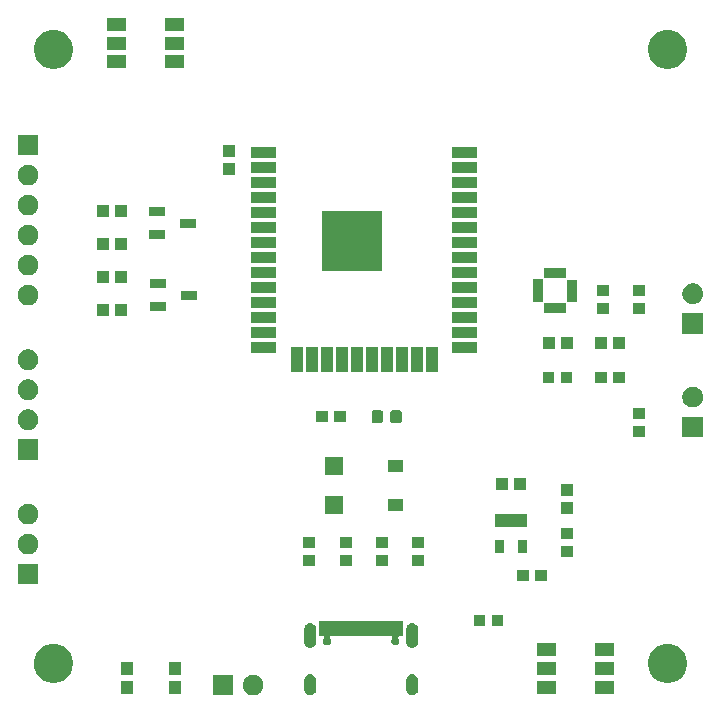
<source format=gts>
G04 #@! TF.GenerationSoftware,KiCad,Pcbnew,(5.1.5)-3*
G04 #@! TF.CreationDate,2020-06-20T18:16:28+09:00*
G04 #@! TF.ProjectId,esp32-mp3-board,65737033-322d-46d7-9033-2d626f617264,rev?*
G04 #@! TF.SameCoordinates,Original*
G04 #@! TF.FileFunction,Soldermask,Top*
G04 #@! TF.FilePolarity,Negative*
%FSLAX46Y46*%
G04 Gerber Fmt 4.6, Leading zero omitted, Abs format (unit mm)*
G04 Created by KiCad (PCBNEW (5.1.5)-3) date 2020-06-20 18:16:28*
%MOMM*%
%LPD*%
G04 APERTURE LIST*
%ADD10C,0.100000*%
G04 APERTURE END LIST*
D10*
G36*
X137814245Y-120547418D02*
G01*
X137923666Y-120569183D01*
X137989738Y-120596551D01*
X138083177Y-120635255D01*
X138226736Y-120731178D01*
X138348822Y-120853264D01*
X138444745Y-120996823D01*
X138466357Y-121049000D01*
X138510817Y-121156334D01*
X138523680Y-121221000D01*
X138544500Y-121325671D01*
X138544500Y-121498329D01*
X138510817Y-121667665D01*
X138444745Y-121827177D01*
X138348822Y-121970736D01*
X138226736Y-122092822D01*
X138083177Y-122188745D01*
X137989738Y-122227449D01*
X137923666Y-122254817D01*
X137850236Y-122269423D01*
X137754329Y-122288500D01*
X137581671Y-122288500D01*
X137485764Y-122269423D01*
X137412334Y-122254817D01*
X137346262Y-122227449D01*
X137252823Y-122188745D01*
X137109264Y-122092822D01*
X136987178Y-121970736D01*
X136891255Y-121827177D01*
X136825183Y-121667665D01*
X136791500Y-121498329D01*
X136791500Y-121325671D01*
X136812320Y-121221000D01*
X136825183Y-121156334D01*
X136869643Y-121049000D01*
X136891255Y-120996823D01*
X136987178Y-120853264D01*
X137109264Y-120731178D01*
X137252823Y-120635255D01*
X137346262Y-120596551D01*
X137412334Y-120569183D01*
X137521755Y-120547418D01*
X137581671Y-120535500D01*
X137754329Y-120535500D01*
X137814245Y-120547418D01*
G37*
G36*
X136004500Y-122288500D02*
G01*
X134251500Y-122288500D01*
X134251500Y-120535500D01*
X136004500Y-120535500D01*
X136004500Y-122288500D01*
G37*
G36*
X151230212Y-120472249D02*
G01*
X151324651Y-120500897D01*
X151411687Y-120547418D01*
X151487975Y-120610025D01*
X151550582Y-120686313D01*
X151597103Y-120773348D01*
X151625751Y-120867787D01*
X151633000Y-120941388D01*
X151633000Y-121790612D01*
X151625751Y-121864213D01*
X151597103Y-121958652D01*
X151550582Y-122045687D01*
X151487975Y-122121975D01*
X151411687Y-122184582D01*
X151324652Y-122231103D01*
X151230213Y-122259751D01*
X151132000Y-122269424D01*
X151033788Y-122259751D01*
X150939349Y-122231103D01*
X150852314Y-122184582D01*
X150776026Y-122121975D01*
X150713419Y-122045687D01*
X150666898Y-121958652D01*
X150638250Y-121864213D01*
X150631001Y-121790612D01*
X150631000Y-121790602D01*
X150631000Y-120941389D01*
X150638249Y-120867788D01*
X150666897Y-120773349D01*
X150713418Y-120686313D01*
X150776025Y-120610025D01*
X150852313Y-120547418D01*
X150939348Y-120500897D01*
X151033787Y-120472249D01*
X151132000Y-120462576D01*
X151230212Y-120472249D01*
G37*
G36*
X142590212Y-120472249D02*
G01*
X142684651Y-120500897D01*
X142771687Y-120547418D01*
X142847975Y-120610025D01*
X142910582Y-120686313D01*
X142957103Y-120773348D01*
X142985751Y-120867787D01*
X142993000Y-120941388D01*
X142993000Y-121790612D01*
X142985751Y-121864213D01*
X142957103Y-121958652D01*
X142910582Y-122045687D01*
X142847975Y-122121975D01*
X142771687Y-122184582D01*
X142684652Y-122231103D01*
X142590213Y-122259751D01*
X142492000Y-122269424D01*
X142393788Y-122259751D01*
X142299349Y-122231103D01*
X142212314Y-122184582D01*
X142136026Y-122121975D01*
X142073419Y-122045687D01*
X142026898Y-121958652D01*
X141998250Y-121864213D01*
X141991001Y-121790612D01*
X141991000Y-121790602D01*
X141991000Y-120941389D01*
X141998249Y-120867788D01*
X142026897Y-120773349D01*
X142073418Y-120686313D01*
X142136025Y-120610025D01*
X142212313Y-120547418D01*
X142299348Y-120500897D01*
X142393787Y-120472249D01*
X142492000Y-120462576D01*
X142590212Y-120472249D01*
G37*
G36*
X163321000Y-122151000D02*
G01*
X161719000Y-122151000D01*
X161719000Y-121049000D01*
X163321000Y-121049000D01*
X163321000Y-122151000D01*
G37*
G36*
X168221000Y-122151000D02*
G01*
X166619000Y-122151000D01*
X166619000Y-121049000D01*
X168221000Y-121049000D01*
X168221000Y-122151000D01*
G37*
G36*
X131583000Y-122128000D02*
G01*
X130581000Y-122128000D01*
X130581000Y-121026000D01*
X131583000Y-121026000D01*
X131583000Y-122128000D01*
G37*
G36*
X127483000Y-122128000D02*
G01*
X126481000Y-122128000D01*
X126481000Y-121026000D01*
X127483000Y-121026000D01*
X127483000Y-122128000D01*
G37*
G36*
X173125256Y-117971298D02*
G01*
X173231579Y-117992447D01*
X173314997Y-118027000D01*
X173507898Y-118106902D01*
X173532042Y-118116903D01*
X173802451Y-118297585D01*
X174032415Y-118527549D01*
X174213097Y-118797958D01*
X174333411Y-119088421D01*
X174337553Y-119098422D01*
X174399011Y-119407389D01*
X174401000Y-119417391D01*
X174401000Y-119742609D01*
X174337553Y-120061579D01*
X174213097Y-120362042D01*
X174032415Y-120632451D01*
X173802451Y-120862415D01*
X173532042Y-121043097D01*
X173231579Y-121167553D01*
X173125256Y-121188702D01*
X172912611Y-121231000D01*
X172587389Y-121231000D01*
X172374744Y-121188702D01*
X172268421Y-121167553D01*
X171967958Y-121043097D01*
X171697549Y-120862415D01*
X171467585Y-120632451D01*
X171286903Y-120362042D01*
X171162447Y-120061579D01*
X171099000Y-119742609D01*
X171099000Y-119417391D01*
X171100990Y-119407389D01*
X171162447Y-119098422D01*
X171166590Y-119088421D01*
X171286903Y-118797958D01*
X171467585Y-118527549D01*
X171697549Y-118297585D01*
X171967958Y-118116903D01*
X171992103Y-118106902D01*
X172185003Y-118027000D01*
X172268421Y-117992447D01*
X172374744Y-117971298D01*
X172587389Y-117929000D01*
X172912611Y-117929000D01*
X173125256Y-117971298D01*
G37*
G36*
X121061620Y-117948640D02*
G01*
X121231579Y-117982447D01*
X121339139Y-118027000D01*
X121520143Y-118101974D01*
X121532042Y-118106903D01*
X121802451Y-118287585D01*
X122032415Y-118517549D01*
X122039098Y-118527551D01*
X122213098Y-118787960D01*
X122337553Y-119088422D01*
X122401000Y-119407389D01*
X122401000Y-119732611D01*
X122358702Y-119945256D01*
X122337553Y-120051579D01*
X122213097Y-120352042D01*
X122032415Y-120622451D01*
X121802451Y-120852415D01*
X121532042Y-121033097D01*
X121532041Y-121033098D01*
X121532040Y-121033098D01*
X121493649Y-121049000D01*
X121231579Y-121157553D01*
X121125256Y-121178702D01*
X120912611Y-121221000D01*
X120587389Y-121221000D01*
X120374744Y-121178702D01*
X120268421Y-121157553D01*
X120006351Y-121049000D01*
X119967960Y-121033098D01*
X119967959Y-121033098D01*
X119967958Y-121033097D01*
X119697549Y-120852415D01*
X119467585Y-120622451D01*
X119286903Y-120352042D01*
X119162447Y-120051579D01*
X119141298Y-119945256D01*
X119099000Y-119732611D01*
X119099000Y-119407389D01*
X119162447Y-119088422D01*
X119286902Y-118787960D01*
X119460902Y-118527551D01*
X119467585Y-118517549D01*
X119697549Y-118287585D01*
X119967958Y-118106903D01*
X119979858Y-118101974D01*
X120160861Y-118027000D01*
X120268421Y-117982447D01*
X120438380Y-117948640D01*
X120587389Y-117919000D01*
X120912611Y-117919000D01*
X121061620Y-117948640D01*
G37*
G36*
X168221000Y-120551000D02*
G01*
X166619000Y-120551000D01*
X166619000Y-119449000D01*
X168221000Y-119449000D01*
X168221000Y-120551000D01*
G37*
G36*
X163321000Y-120551000D02*
G01*
X161719000Y-120551000D01*
X161719000Y-119449000D01*
X163321000Y-119449000D01*
X163321000Y-120551000D01*
G37*
G36*
X131583000Y-120528000D02*
G01*
X130581000Y-120528000D01*
X130581000Y-119426000D01*
X131583000Y-119426000D01*
X131583000Y-120528000D01*
G37*
G36*
X127483000Y-120528000D02*
G01*
X126481000Y-120528000D01*
X126481000Y-119426000D01*
X127483000Y-119426000D01*
X127483000Y-120528000D01*
G37*
G36*
X168221000Y-118951000D02*
G01*
X166619000Y-118951000D01*
X166619000Y-117849000D01*
X168221000Y-117849000D01*
X168221000Y-118951000D01*
G37*
G36*
X163321000Y-118951000D02*
G01*
X161719000Y-118951000D01*
X161719000Y-117849000D01*
X163321000Y-117849000D01*
X163321000Y-118951000D01*
G37*
G36*
X142590212Y-116152249D02*
G01*
X142684651Y-116180897D01*
X142771687Y-116227418D01*
X142847975Y-116290025D01*
X142910582Y-116366313D01*
X142957103Y-116453348D01*
X142985751Y-116547787D01*
X142993000Y-116621388D01*
X142993000Y-117770612D01*
X142985751Y-117844213D01*
X142957103Y-117938652D01*
X142910582Y-118025687D01*
X142847975Y-118101975D01*
X142771687Y-118164582D01*
X142684652Y-118211103D01*
X142590213Y-118239751D01*
X142492000Y-118249424D01*
X142393788Y-118239751D01*
X142299349Y-118211103D01*
X142212314Y-118164582D01*
X142136026Y-118101975D01*
X142073419Y-118025687D01*
X142026898Y-117938652D01*
X141998250Y-117844213D01*
X141991001Y-117770612D01*
X141991000Y-116621389D01*
X141998249Y-116547788D01*
X142026897Y-116453349D01*
X142073418Y-116366313D01*
X142136025Y-116290025D01*
X142212313Y-116227418D01*
X142299348Y-116180897D01*
X142393787Y-116152249D01*
X142492000Y-116142576D01*
X142590212Y-116152249D01*
G37*
G36*
X151230212Y-116152249D02*
G01*
X151324651Y-116180897D01*
X151411687Y-116227418D01*
X151487975Y-116290025D01*
X151550582Y-116366313D01*
X151597103Y-116453348D01*
X151625751Y-116547787D01*
X151633000Y-116621388D01*
X151633000Y-117770612D01*
X151625751Y-117844213D01*
X151597103Y-117938652D01*
X151550582Y-118025687D01*
X151487975Y-118101975D01*
X151411687Y-118164582D01*
X151324652Y-118211103D01*
X151230213Y-118239751D01*
X151132000Y-118249424D01*
X151033788Y-118239751D01*
X150939349Y-118211103D01*
X150852314Y-118164582D01*
X150776026Y-118101975D01*
X150713419Y-118025687D01*
X150666898Y-117938652D01*
X150638250Y-117844213D01*
X150631001Y-117770612D01*
X150631000Y-116621389D01*
X150638249Y-116547788D01*
X150666897Y-116453349D01*
X150713418Y-116366313D01*
X150776025Y-116290025D01*
X150852313Y-116227418D01*
X150939348Y-116180897D01*
X151033787Y-116152249D01*
X151132000Y-116142576D01*
X151230212Y-116152249D01*
G37*
G36*
X150363000Y-117247000D02*
G01*
X150071163Y-117247000D01*
X150046777Y-117249402D01*
X150023328Y-117256515D01*
X150001717Y-117268066D01*
X149982775Y-117283611D01*
X149967230Y-117302553D01*
X149955679Y-117324164D01*
X149948566Y-117347613D01*
X149946164Y-117371999D01*
X149948566Y-117396385D01*
X149955679Y-117419834D01*
X149967230Y-117441445D01*
X149968246Y-117442683D01*
X150013054Y-117509742D01*
X150034624Y-117561818D01*
X150039511Y-117573617D01*
X150053000Y-117641430D01*
X150053000Y-117710570D01*
X150039511Y-117778383D01*
X150039510Y-117778385D01*
X150013054Y-117842258D01*
X149974640Y-117899748D01*
X149925748Y-117948640D01*
X149868258Y-117987054D01*
X149816182Y-118008624D01*
X149804383Y-118013511D01*
X149736570Y-118027000D01*
X149667430Y-118027000D01*
X149599617Y-118013511D01*
X149587818Y-118008624D01*
X149535742Y-117987054D01*
X149478252Y-117948640D01*
X149429360Y-117899748D01*
X149390946Y-117842258D01*
X149364490Y-117778385D01*
X149364489Y-117778383D01*
X149351000Y-117710570D01*
X149351000Y-117641430D01*
X149364489Y-117573617D01*
X149369376Y-117561818D01*
X149390946Y-117509742D01*
X149435754Y-117442683D01*
X149436770Y-117441445D01*
X149448321Y-117419834D01*
X149455434Y-117396385D01*
X149457836Y-117371999D01*
X149455434Y-117347613D01*
X149448321Y-117324164D01*
X149436770Y-117302553D01*
X149421225Y-117283611D01*
X149402283Y-117268066D01*
X149380672Y-117256515D01*
X149357223Y-117249402D01*
X149332837Y-117247000D01*
X144291163Y-117247000D01*
X144266777Y-117249402D01*
X144243328Y-117256515D01*
X144221717Y-117268066D01*
X144202775Y-117283611D01*
X144187230Y-117302553D01*
X144175679Y-117324164D01*
X144168566Y-117347613D01*
X144166164Y-117371999D01*
X144168566Y-117396385D01*
X144175679Y-117419834D01*
X144187230Y-117441445D01*
X144188246Y-117442683D01*
X144233054Y-117509742D01*
X144254624Y-117561818D01*
X144259511Y-117573617D01*
X144273000Y-117641430D01*
X144273000Y-117710570D01*
X144259511Y-117778383D01*
X144259510Y-117778385D01*
X144233054Y-117842258D01*
X144194640Y-117899748D01*
X144145748Y-117948640D01*
X144088258Y-117987054D01*
X144036182Y-118008624D01*
X144024383Y-118013511D01*
X143956570Y-118027000D01*
X143887430Y-118027000D01*
X143819617Y-118013511D01*
X143807818Y-118008624D01*
X143755742Y-117987054D01*
X143698252Y-117948640D01*
X143649360Y-117899748D01*
X143610946Y-117842258D01*
X143584490Y-117778385D01*
X143584489Y-117778383D01*
X143571000Y-117710570D01*
X143571000Y-117641430D01*
X143584489Y-117573617D01*
X143589376Y-117561818D01*
X143610946Y-117509742D01*
X143655754Y-117442683D01*
X143656770Y-117441445D01*
X143668321Y-117419834D01*
X143675434Y-117396385D01*
X143677836Y-117371999D01*
X143675434Y-117347613D01*
X143668321Y-117324164D01*
X143656770Y-117302553D01*
X143641225Y-117283611D01*
X143622283Y-117268066D01*
X143600672Y-117256515D01*
X143577223Y-117249402D01*
X143552837Y-117247000D01*
X143261000Y-117247000D01*
X143261000Y-115985000D01*
X150363000Y-115985000D01*
X150363000Y-117247000D01*
G37*
G36*
X157340500Y-116446500D02*
G01*
X156349500Y-116446500D01*
X156349500Y-115455500D01*
X157340500Y-115455500D01*
X157340500Y-116446500D01*
G37*
G36*
X158864500Y-116446500D02*
G01*
X157873500Y-116446500D01*
X157873500Y-115455500D01*
X158864500Y-115455500D01*
X158864500Y-116446500D01*
G37*
G36*
X119494500Y-112890500D02*
G01*
X117741500Y-112890500D01*
X117741500Y-111137500D01*
X119494500Y-111137500D01*
X119494500Y-112890500D01*
G37*
G36*
X161029000Y-112642000D02*
G01*
X160027000Y-112642000D01*
X160027000Y-111640000D01*
X161029000Y-111640000D01*
X161029000Y-112642000D01*
G37*
G36*
X162553000Y-112642000D02*
G01*
X161551000Y-112642000D01*
X161551000Y-111640000D01*
X162553000Y-111640000D01*
X162553000Y-112642000D01*
G37*
G36*
X142868000Y-111372000D02*
G01*
X141866000Y-111372000D01*
X141866000Y-110370000D01*
X142868000Y-110370000D01*
X142868000Y-111372000D01*
G37*
G36*
X152133500Y-111366500D02*
G01*
X151142500Y-111366500D01*
X151142500Y-110375500D01*
X152133500Y-110375500D01*
X152133500Y-111366500D01*
G37*
G36*
X146037500Y-111366500D02*
G01*
X145046500Y-111366500D01*
X145046500Y-110375500D01*
X146037500Y-110375500D01*
X146037500Y-111366500D01*
G37*
G36*
X149085500Y-111366500D02*
G01*
X148094500Y-111366500D01*
X148094500Y-110375500D01*
X149085500Y-110375500D01*
X149085500Y-111366500D01*
G37*
G36*
X164712000Y-110610000D02*
G01*
X163710000Y-110610000D01*
X163710000Y-109608000D01*
X164712000Y-109608000D01*
X164712000Y-110610000D01*
G37*
G36*
X118788997Y-108614342D02*
G01*
X118873666Y-108631183D01*
X118939738Y-108658551D01*
X119033177Y-108697255D01*
X119176736Y-108793178D01*
X119298822Y-108915264D01*
X119394745Y-109058823D01*
X119460817Y-109218335D01*
X119494500Y-109387671D01*
X119494500Y-109560329D01*
X119460817Y-109729665D01*
X119394745Y-109889177D01*
X119298822Y-110032736D01*
X119176736Y-110154822D01*
X119033177Y-110250745D01*
X118939738Y-110289449D01*
X118873666Y-110316817D01*
X118788997Y-110333659D01*
X118704329Y-110350500D01*
X118531671Y-110350500D01*
X118447003Y-110333659D01*
X118362334Y-110316817D01*
X118296262Y-110289449D01*
X118202823Y-110250745D01*
X118059264Y-110154822D01*
X117937178Y-110032736D01*
X117841255Y-109889177D01*
X117775183Y-109729665D01*
X117741500Y-109560329D01*
X117741500Y-109387671D01*
X117775183Y-109218335D01*
X117841255Y-109058823D01*
X117937178Y-108915264D01*
X118059264Y-108793178D01*
X118202823Y-108697255D01*
X118296262Y-108658551D01*
X118362334Y-108631183D01*
X118447003Y-108614342D01*
X118531671Y-108597500D01*
X118704329Y-108597500D01*
X118788997Y-108614342D01*
G37*
G36*
X158938000Y-110266000D02*
G01*
X158186000Y-110266000D01*
X158186000Y-109104000D01*
X158938000Y-109104000D01*
X158938000Y-110266000D01*
G37*
G36*
X160838000Y-110266000D02*
G01*
X160086000Y-110266000D01*
X160086000Y-109104000D01*
X160838000Y-109104000D01*
X160838000Y-110266000D01*
G37*
G36*
X142868000Y-109848000D02*
G01*
X141866000Y-109848000D01*
X141866000Y-108846000D01*
X142868000Y-108846000D01*
X142868000Y-109848000D01*
G37*
G36*
X149085500Y-109842500D02*
G01*
X148094500Y-109842500D01*
X148094500Y-108851500D01*
X149085500Y-108851500D01*
X149085500Y-109842500D01*
G37*
G36*
X152133500Y-109842500D02*
G01*
X151142500Y-109842500D01*
X151142500Y-108851500D01*
X152133500Y-108851500D01*
X152133500Y-109842500D01*
G37*
G36*
X146037500Y-109842500D02*
G01*
X145046500Y-109842500D01*
X145046500Y-108851500D01*
X146037500Y-108851500D01*
X146037500Y-109842500D01*
G37*
G36*
X164712000Y-109086000D02*
G01*
X163710000Y-109086000D01*
X163710000Y-108084000D01*
X164712000Y-108084000D01*
X164712000Y-109086000D01*
G37*
G36*
X160838000Y-108066000D02*
G01*
X158186000Y-108066000D01*
X158186000Y-106904000D01*
X160838000Y-106904000D01*
X160838000Y-108066000D01*
G37*
G36*
X118788997Y-106074341D02*
G01*
X118873666Y-106091183D01*
X118939738Y-106118551D01*
X119033177Y-106157255D01*
X119176736Y-106253178D01*
X119298822Y-106375264D01*
X119394745Y-106518823D01*
X119460817Y-106678335D01*
X119494500Y-106847671D01*
X119494500Y-107020329D01*
X119460817Y-107189665D01*
X119394745Y-107349177D01*
X119298822Y-107492736D01*
X119176736Y-107614822D01*
X119033177Y-107710745D01*
X118939738Y-107749449D01*
X118873666Y-107776817D01*
X118788997Y-107793658D01*
X118704329Y-107810500D01*
X118531671Y-107810500D01*
X118447003Y-107793658D01*
X118362334Y-107776817D01*
X118296262Y-107749449D01*
X118202823Y-107710745D01*
X118059264Y-107614822D01*
X117937178Y-107492736D01*
X117841255Y-107349177D01*
X117775183Y-107189665D01*
X117741500Y-107020329D01*
X117741500Y-106847671D01*
X117775183Y-106678335D01*
X117841255Y-106518823D01*
X117937178Y-106375264D01*
X118059264Y-106253178D01*
X118202823Y-106157255D01*
X118296262Y-106118551D01*
X118362334Y-106091183D01*
X118447003Y-106074342D01*
X118531671Y-106057500D01*
X118704329Y-106057500D01*
X118788997Y-106074341D01*
G37*
G36*
X164712000Y-106927000D02*
G01*
X163710000Y-106927000D01*
X163710000Y-105925000D01*
X164712000Y-105925000D01*
X164712000Y-106927000D01*
G37*
G36*
X145275500Y-106921500D02*
G01*
X143776500Y-106921500D01*
X143776500Y-105422500D01*
X145275500Y-105422500D01*
X145275500Y-106921500D01*
G37*
G36*
X150384000Y-106672000D02*
G01*
X149082000Y-106672000D01*
X149082000Y-105670000D01*
X150384000Y-105670000D01*
X150384000Y-106672000D01*
G37*
G36*
X164712000Y-105403000D02*
G01*
X163710000Y-105403000D01*
X163710000Y-104401000D01*
X164712000Y-104401000D01*
X164712000Y-105403000D01*
G37*
G36*
X159245500Y-104889500D02*
G01*
X158254500Y-104889500D01*
X158254500Y-103898500D01*
X159245500Y-103898500D01*
X159245500Y-104889500D01*
G37*
G36*
X160769500Y-104889500D02*
G01*
X159778500Y-104889500D01*
X159778500Y-103898500D01*
X160769500Y-103898500D01*
X160769500Y-104889500D01*
G37*
G36*
X145275500Y-103619500D02*
G01*
X143776500Y-103619500D01*
X143776500Y-102120500D01*
X145275500Y-102120500D01*
X145275500Y-103619500D01*
G37*
G36*
X150384000Y-103372000D02*
G01*
X149082000Y-103372000D01*
X149082000Y-102370000D01*
X150384000Y-102370000D01*
X150384000Y-103372000D01*
G37*
G36*
X119494500Y-102349500D02*
G01*
X117741500Y-102349500D01*
X117741500Y-100596500D01*
X119494500Y-100596500D01*
X119494500Y-102349500D01*
G37*
G36*
X170808000Y-100450000D02*
G01*
X169806000Y-100450000D01*
X169806000Y-99448000D01*
X170808000Y-99448000D01*
X170808000Y-100450000D01*
G37*
G36*
X175755500Y-100444500D02*
G01*
X174002500Y-100444500D01*
X174002500Y-98691500D01*
X175755500Y-98691500D01*
X175755500Y-100444500D01*
G37*
G36*
X118788997Y-98073342D02*
G01*
X118873666Y-98090183D01*
X118939738Y-98117551D01*
X119033177Y-98156255D01*
X119176736Y-98252178D01*
X119298822Y-98374264D01*
X119394745Y-98517823D01*
X119460817Y-98677335D01*
X119494500Y-98846671D01*
X119494500Y-99019329D01*
X119460817Y-99188665D01*
X119394745Y-99348177D01*
X119298822Y-99491736D01*
X119176736Y-99613822D01*
X119033177Y-99709745D01*
X118939738Y-99748449D01*
X118873666Y-99775817D01*
X118788997Y-99792659D01*
X118704329Y-99809500D01*
X118531671Y-99809500D01*
X118447003Y-99792659D01*
X118362334Y-99775817D01*
X118296262Y-99748449D01*
X118202823Y-99709745D01*
X118059264Y-99613822D01*
X117937178Y-99491736D01*
X117841255Y-99348177D01*
X117775183Y-99188665D01*
X117741500Y-99019329D01*
X117741500Y-98846671D01*
X117775183Y-98677335D01*
X117841255Y-98517823D01*
X117937178Y-98374264D01*
X118059264Y-98252178D01*
X118202823Y-98156255D01*
X118296262Y-98117551D01*
X118362334Y-98090183D01*
X118447003Y-98073342D01*
X118531671Y-98056500D01*
X118704329Y-98056500D01*
X118788997Y-98073342D01*
G37*
G36*
X150100591Y-98157085D02*
G01*
X150134569Y-98167393D01*
X150165890Y-98184134D01*
X150193339Y-98206661D01*
X150215866Y-98234110D01*
X150232607Y-98265431D01*
X150242915Y-98299409D01*
X150247000Y-98340890D01*
X150247000Y-99017110D01*
X150242915Y-99058591D01*
X150232607Y-99092569D01*
X150215866Y-99123890D01*
X150193339Y-99151339D01*
X150165890Y-99173866D01*
X150134569Y-99190607D01*
X150100591Y-99200915D01*
X150059110Y-99205000D01*
X149457890Y-99205000D01*
X149416409Y-99200915D01*
X149382431Y-99190607D01*
X149351110Y-99173866D01*
X149323661Y-99151339D01*
X149301134Y-99123890D01*
X149284393Y-99092569D01*
X149274085Y-99058591D01*
X149270000Y-99017110D01*
X149270000Y-98340890D01*
X149274085Y-98299409D01*
X149284393Y-98265431D01*
X149301134Y-98234110D01*
X149323661Y-98206661D01*
X149351110Y-98184134D01*
X149382431Y-98167393D01*
X149416409Y-98157085D01*
X149457890Y-98153000D01*
X150059110Y-98153000D01*
X150100591Y-98157085D01*
G37*
G36*
X148525591Y-98157085D02*
G01*
X148559569Y-98167393D01*
X148590890Y-98184134D01*
X148618339Y-98206661D01*
X148640866Y-98234110D01*
X148657607Y-98265431D01*
X148667915Y-98299409D01*
X148672000Y-98340890D01*
X148672000Y-99017110D01*
X148667915Y-99058591D01*
X148657607Y-99092569D01*
X148640866Y-99123890D01*
X148618339Y-99151339D01*
X148590890Y-99173866D01*
X148559569Y-99190607D01*
X148525591Y-99200915D01*
X148484110Y-99205000D01*
X147882890Y-99205000D01*
X147841409Y-99200915D01*
X147807431Y-99190607D01*
X147776110Y-99173866D01*
X147748661Y-99151339D01*
X147726134Y-99123890D01*
X147709393Y-99092569D01*
X147699085Y-99058591D01*
X147695000Y-99017110D01*
X147695000Y-98340890D01*
X147699085Y-98299409D01*
X147709393Y-98265431D01*
X147726134Y-98234110D01*
X147748661Y-98206661D01*
X147776110Y-98184134D01*
X147807431Y-98167393D01*
X147841409Y-98157085D01*
X147882890Y-98153000D01*
X148484110Y-98153000D01*
X148525591Y-98157085D01*
G37*
G36*
X144005500Y-99174500D02*
G01*
X143014500Y-99174500D01*
X143014500Y-98183500D01*
X144005500Y-98183500D01*
X144005500Y-99174500D01*
G37*
G36*
X145529500Y-99174500D02*
G01*
X144538500Y-99174500D01*
X144538500Y-98183500D01*
X145529500Y-98183500D01*
X145529500Y-99174500D01*
G37*
G36*
X170808000Y-98926000D02*
G01*
X169806000Y-98926000D01*
X169806000Y-97924000D01*
X170808000Y-97924000D01*
X170808000Y-98926000D01*
G37*
G36*
X175049997Y-96168342D02*
G01*
X175134666Y-96185183D01*
X175200738Y-96212551D01*
X175294177Y-96251255D01*
X175437736Y-96347178D01*
X175559822Y-96469264D01*
X175655745Y-96612823D01*
X175694449Y-96706262D01*
X175721817Y-96772334D01*
X175728947Y-96808178D01*
X175755500Y-96941671D01*
X175755500Y-97114329D01*
X175721817Y-97283665D01*
X175655745Y-97443177D01*
X175559822Y-97586736D01*
X175437736Y-97708822D01*
X175294177Y-97804745D01*
X175200738Y-97843449D01*
X175134666Y-97870817D01*
X175049997Y-97887659D01*
X174965329Y-97904500D01*
X174792671Y-97904500D01*
X174708003Y-97887659D01*
X174623334Y-97870817D01*
X174557262Y-97843449D01*
X174463823Y-97804745D01*
X174320264Y-97708822D01*
X174198178Y-97586736D01*
X174102255Y-97443177D01*
X174036183Y-97283665D01*
X174002500Y-97114329D01*
X174002500Y-96941671D01*
X174029053Y-96808178D01*
X174036183Y-96772334D01*
X174063551Y-96706262D01*
X174102255Y-96612823D01*
X174198178Y-96469264D01*
X174320264Y-96347178D01*
X174463823Y-96251255D01*
X174557262Y-96212551D01*
X174623334Y-96185183D01*
X174708003Y-96168342D01*
X174792671Y-96151500D01*
X174965329Y-96151500D01*
X175049997Y-96168342D01*
G37*
G36*
X118788997Y-95533342D02*
G01*
X118873666Y-95550183D01*
X118939738Y-95577551D01*
X119033177Y-95616255D01*
X119176736Y-95712178D01*
X119298822Y-95834264D01*
X119394745Y-95977823D01*
X119433449Y-96071262D01*
X119460817Y-96137334D01*
X119494500Y-96306672D01*
X119494500Y-96479328D01*
X119467947Y-96612823D01*
X119460817Y-96648665D01*
X119394745Y-96808177D01*
X119298822Y-96951736D01*
X119176736Y-97073822D01*
X119033177Y-97169745D01*
X118939738Y-97208449D01*
X118873666Y-97235817D01*
X118788997Y-97252659D01*
X118704329Y-97269500D01*
X118531671Y-97269500D01*
X118447003Y-97252659D01*
X118362334Y-97235817D01*
X118296262Y-97208449D01*
X118202823Y-97169745D01*
X118059264Y-97073822D01*
X117937178Y-96951736D01*
X117841255Y-96808177D01*
X117775183Y-96648665D01*
X117768054Y-96612823D01*
X117741500Y-96479328D01*
X117741500Y-96306672D01*
X117775183Y-96137334D01*
X117802551Y-96071262D01*
X117841255Y-95977823D01*
X117937178Y-95834264D01*
X118059264Y-95712178D01*
X118202823Y-95616255D01*
X118296262Y-95577551D01*
X118362334Y-95550183D01*
X118447003Y-95533341D01*
X118531671Y-95516500D01*
X118704329Y-95516500D01*
X118788997Y-95533342D01*
G37*
G36*
X167627500Y-95872500D02*
G01*
X166636500Y-95872500D01*
X166636500Y-94881500D01*
X167627500Y-94881500D01*
X167627500Y-95872500D01*
G37*
G36*
X163182500Y-95872500D02*
G01*
X162191500Y-95872500D01*
X162191500Y-94881500D01*
X163182500Y-94881500D01*
X163182500Y-95872500D01*
G37*
G36*
X169151500Y-95872500D02*
G01*
X168160500Y-95872500D01*
X168160500Y-94881500D01*
X169151500Y-94881500D01*
X169151500Y-95872500D01*
G37*
G36*
X164706500Y-95872500D02*
G01*
X163715500Y-95872500D01*
X163715500Y-94881500D01*
X164706500Y-94881500D01*
X164706500Y-95872500D01*
G37*
G36*
X145662000Y-94888000D02*
G01*
X144660000Y-94888000D01*
X144660000Y-92786000D01*
X145662000Y-92786000D01*
X145662000Y-94888000D01*
G37*
G36*
X153282000Y-94888000D02*
G01*
X152280000Y-94888000D01*
X152280000Y-92786000D01*
X153282000Y-92786000D01*
X153282000Y-94888000D01*
G37*
G36*
X152012000Y-94888000D02*
G01*
X151010000Y-94888000D01*
X151010000Y-92786000D01*
X152012000Y-92786000D01*
X152012000Y-94888000D01*
G37*
G36*
X150742000Y-94888000D02*
G01*
X149740000Y-94888000D01*
X149740000Y-92786000D01*
X150742000Y-92786000D01*
X150742000Y-94888000D01*
G37*
G36*
X149472000Y-94888000D02*
G01*
X148470000Y-94888000D01*
X148470000Y-92786000D01*
X149472000Y-92786000D01*
X149472000Y-94888000D01*
G37*
G36*
X148202000Y-94888000D02*
G01*
X147200000Y-94888000D01*
X147200000Y-92786000D01*
X148202000Y-92786000D01*
X148202000Y-94888000D01*
G37*
G36*
X146932000Y-94888000D02*
G01*
X145930000Y-94888000D01*
X145930000Y-92786000D01*
X146932000Y-92786000D01*
X146932000Y-94888000D01*
G37*
G36*
X144392000Y-94888000D02*
G01*
X143390000Y-94888000D01*
X143390000Y-92786000D01*
X144392000Y-92786000D01*
X144392000Y-94888000D01*
G37*
G36*
X143122000Y-94888000D02*
G01*
X142120000Y-94888000D01*
X142120000Y-92786000D01*
X143122000Y-92786000D01*
X143122000Y-94888000D01*
G37*
G36*
X141852000Y-94888000D02*
G01*
X140850000Y-94888000D01*
X140850000Y-92786000D01*
X141852000Y-92786000D01*
X141852000Y-94888000D01*
G37*
G36*
X118788997Y-92993342D02*
G01*
X118873666Y-93010183D01*
X118939738Y-93037551D01*
X119033177Y-93076255D01*
X119176736Y-93172178D01*
X119298822Y-93294264D01*
X119394745Y-93437823D01*
X119460817Y-93597335D01*
X119494500Y-93766671D01*
X119494500Y-93939329D01*
X119460817Y-94108665D01*
X119394745Y-94268177D01*
X119298822Y-94411736D01*
X119176736Y-94533822D01*
X119033177Y-94629745D01*
X118939738Y-94668449D01*
X118873666Y-94695817D01*
X118788997Y-94712659D01*
X118704329Y-94729500D01*
X118531671Y-94729500D01*
X118447003Y-94712658D01*
X118362334Y-94695817D01*
X118296262Y-94668449D01*
X118202823Y-94629745D01*
X118059264Y-94533822D01*
X117937178Y-94411736D01*
X117841255Y-94268177D01*
X117775183Y-94108665D01*
X117741500Y-93939329D01*
X117741500Y-93766671D01*
X117775183Y-93597335D01*
X117841255Y-93437823D01*
X117937178Y-93294264D01*
X118059264Y-93172178D01*
X118202823Y-93076255D01*
X118296262Y-93037551D01*
X118362334Y-93010183D01*
X118447003Y-92993342D01*
X118531671Y-92976500D01*
X118704329Y-92976500D01*
X118788997Y-92993342D01*
G37*
G36*
X156617000Y-93338000D02*
G01*
X154515000Y-93338000D01*
X154515000Y-92336000D01*
X156617000Y-92336000D01*
X156617000Y-93338000D01*
G37*
G36*
X139617000Y-93338000D02*
G01*
X137515000Y-93338000D01*
X137515000Y-92336000D01*
X139617000Y-92336000D01*
X139617000Y-93338000D01*
G37*
G36*
X163188000Y-92957000D02*
G01*
X162186000Y-92957000D01*
X162186000Y-91955000D01*
X163188000Y-91955000D01*
X163188000Y-92957000D01*
G37*
G36*
X164712000Y-92957000D02*
G01*
X163710000Y-92957000D01*
X163710000Y-91955000D01*
X164712000Y-91955000D01*
X164712000Y-92957000D01*
G37*
G36*
X167627500Y-92951500D02*
G01*
X166636500Y-92951500D01*
X166636500Y-91960500D01*
X167627500Y-91960500D01*
X167627500Y-92951500D01*
G37*
G36*
X169151500Y-92951500D02*
G01*
X168160500Y-92951500D01*
X168160500Y-91960500D01*
X169151500Y-91960500D01*
X169151500Y-92951500D01*
G37*
G36*
X156617000Y-92068000D02*
G01*
X154515000Y-92068000D01*
X154515000Y-91066000D01*
X156617000Y-91066000D01*
X156617000Y-92068000D01*
G37*
G36*
X139617000Y-92068000D02*
G01*
X137515000Y-92068000D01*
X137515000Y-91066000D01*
X139617000Y-91066000D01*
X139617000Y-92068000D01*
G37*
G36*
X175755500Y-91681500D02*
G01*
X174002500Y-91681500D01*
X174002500Y-89928500D01*
X175755500Y-89928500D01*
X175755500Y-91681500D01*
G37*
G36*
X139617000Y-90798000D02*
G01*
X137515000Y-90798000D01*
X137515000Y-89796000D01*
X139617000Y-89796000D01*
X139617000Y-90798000D01*
G37*
G36*
X156617000Y-90798000D02*
G01*
X154515000Y-90798000D01*
X154515000Y-89796000D01*
X156617000Y-89796000D01*
X156617000Y-90798000D01*
G37*
G36*
X125463500Y-90157500D02*
G01*
X124472500Y-90157500D01*
X124472500Y-89166500D01*
X125463500Y-89166500D01*
X125463500Y-90157500D01*
G37*
G36*
X126987500Y-90157500D02*
G01*
X125996500Y-90157500D01*
X125996500Y-89166500D01*
X126987500Y-89166500D01*
X126987500Y-90157500D01*
G37*
G36*
X167760000Y-90036000D02*
G01*
X166758000Y-90036000D01*
X166758000Y-89034000D01*
X167760000Y-89034000D01*
X167760000Y-90036000D01*
G37*
G36*
X170808000Y-90036000D02*
G01*
X169806000Y-90036000D01*
X169806000Y-89034000D01*
X170808000Y-89034000D01*
X170808000Y-90036000D01*
G37*
G36*
X164185515Y-89057164D02*
G01*
X164178402Y-89080613D01*
X164176000Y-89104999D01*
X164176000Y-89925000D01*
X162274000Y-89925000D01*
X162274000Y-89068289D01*
X162281613Y-89070598D01*
X162305999Y-89073000D01*
X164124001Y-89073000D01*
X164148387Y-89070598D01*
X164171836Y-89063485D01*
X164186256Y-89055778D01*
X164185515Y-89057164D01*
G37*
G36*
X130288000Y-89718000D02*
G01*
X128966000Y-89718000D01*
X128966000Y-88966000D01*
X130288000Y-88966000D01*
X130288000Y-89718000D01*
G37*
G36*
X156617000Y-89528000D02*
G01*
X154515000Y-89528000D01*
X154515000Y-88526000D01*
X156617000Y-88526000D01*
X156617000Y-89528000D01*
G37*
G36*
X139617000Y-89528000D02*
G01*
X137515000Y-89528000D01*
X137515000Y-88526000D01*
X139617000Y-88526000D01*
X139617000Y-89528000D01*
G37*
G36*
X118788997Y-87532341D02*
G01*
X118873666Y-87549183D01*
X118939738Y-87576551D01*
X119033177Y-87615255D01*
X119176736Y-87711178D01*
X119298822Y-87833264D01*
X119394745Y-87976823D01*
X119460817Y-88136335D01*
X119494500Y-88305671D01*
X119494500Y-88478329D01*
X119460817Y-88647665D01*
X119394745Y-88807177D01*
X119298822Y-88950736D01*
X119176736Y-89072822D01*
X119033177Y-89168745D01*
X118939738Y-89207449D01*
X118873666Y-89234817D01*
X118788997Y-89251658D01*
X118704329Y-89268500D01*
X118531671Y-89268500D01*
X118447003Y-89251658D01*
X118362334Y-89234817D01*
X118296262Y-89207449D01*
X118202823Y-89168745D01*
X118059264Y-89072822D01*
X117937178Y-88950736D01*
X117841255Y-88807177D01*
X117775183Y-88647665D01*
X117741500Y-88478329D01*
X117741500Y-88305671D01*
X117775183Y-88136335D01*
X117841255Y-87976823D01*
X117937178Y-87833264D01*
X118059264Y-87711178D01*
X118202823Y-87615255D01*
X118296262Y-87576551D01*
X118362334Y-87549183D01*
X118447003Y-87532341D01*
X118531671Y-87515500D01*
X118704329Y-87515500D01*
X118788997Y-87532341D01*
G37*
G36*
X175049997Y-87405341D02*
G01*
X175134666Y-87422183D01*
X175177679Y-87440000D01*
X175294177Y-87488255D01*
X175437736Y-87584178D01*
X175559822Y-87706264D01*
X175655745Y-87849823D01*
X175694449Y-87943262D01*
X175721817Y-88009334D01*
X175755500Y-88178672D01*
X175755500Y-88351328D01*
X175721817Y-88520666D01*
X175714637Y-88538000D01*
X175655745Y-88680177D01*
X175559822Y-88823736D01*
X175437736Y-88945822D01*
X175294177Y-89041745D01*
X175200738Y-89080449D01*
X175134666Y-89107817D01*
X175049997Y-89124659D01*
X174965329Y-89141500D01*
X174792671Y-89141500D01*
X174708003Y-89124659D01*
X174623334Y-89107817D01*
X174557262Y-89080449D01*
X174463823Y-89041745D01*
X174320264Y-88945822D01*
X174198178Y-88823736D01*
X174102255Y-88680177D01*
X174043363Y-88538000D01*
X174036183Y-88520666D01*
X174002500Y-88351328D01*
X174002500Y-88178672D01*
X174036183Y-88009334D01*
X174063551Y-87943262D01*
X174102255Y-87849823D01*
X174198178Y-87706264D01*
X174320264Y-87584178D01*
X174463823Y-87488255D01*
X174580321Y-87440000D01*
X174623334Y-87422183D01*
X174708003Y-87405341D01*
X174792671Y-87388500D01*
X174965329Y-87388500D01*
X175049997Y-87405341D01*
G37*
G36*
X164253164Y-87068485D02*
G01*
X164276613Y-87075598D01*
X164300999Y-87078000D01*
X165101000Y-87078000D01*
X165101000Y-88980000D01*
X164300999Y-88980000D01*
X164276613Y-88982402D01*
X164253164Y-88989515D01*
X164238744Y-88997222D01*
X164239485Y-88995836D01*
X164246598Y-88972387D01*
X164249000Y-88948001D01*
X164249000Y-87069999D01*
X164248611Y-87066052D01*
X164253164Y-87068485D01*
G37*
G36*
X162183402Y-87045613D02*
G01*
X162181000Y-87069999D01*
X162181000Y-88944711D01*
X162173387Y-88942402D01*
X162149001Y-88940000D01*
X161329000Y-88940000D01*
X161329000Y-87038000D01*
X162149001Y-87038000D01*
X162173387Y-87035598D01*
X162187763Y-87031237D01*
X162183402Y-87045613D01*
G37*
G36*
X132908000Y-88768000D02*
G01*
X131586000Y-88768000D01*
X131586000Y-88016000D01*
X132908000Y-88016000D01*
X132908000Y-88768000D01*
G37*
G36*
X170808000Y-88512000D02*
G01*
X169806000Y-88512000D01*
X169806000Y-87510000D01*
X170808000Y-87510000D01*
X170808000Y-88512000D01*
G37*
G36*
X167760000Y-88512000D02*
G01*
X166758000Y-88512000D01*
X166758000Y-87510000D01*
X167760000Y-87510000D01*
X167760000Y-88512000D01*
G37*
G36*
X156617000Y-88258000D02*
G01*
X154515000Y-88258000D01*
X154515000Y-87256000D01*
X156617000Y-87256000D01*
X156617000Y-88258000D01*
G37*
G36*
X139617000Y-88258000D02*
G01*
X137515000Y-88258000D01*
X137515000Y-87256000D01*
X139617000Y-87256000D01*
X139617000Y-88258000D01*
G37*
G36*
X130288000Y-87818000D02*
G01*
X128966000Y-87818000D01*
X128966000Y-87066000D01*
X130288000Y-87066000D01*
X130288000Y-87818000D01*
G37*
G36*
X126993000Y-87369000D02*
G01*
X125991000Y-87369000D01*
X125991000Y-86367000D01*
X126993000Y-86367000D01*
X126993000Y-87369000D01*
G37*
G36*
X125469000Y-87369000D02*
G01*
X124467000Y-87369000D01*
X124467000Y-86367000D01*
X125469000Y-86367000D01*
X125469000Y-87369000D01*
G37*
G36*
X156617000Y-86988000D02*
G01*
X154515000Y-86988000D01*
X154515000Y-85986000D01*
X156617000Y-85986000D01*
X156617000Y-86988000D01*
G37*
G36*
X139617000Y-86988000D02*
G01*
X137515000Y-86988000D01*
X137515000Y-85986000D01*
X139617000Y-85986000D01*
X139617000Y-86988000D01*
G37*
G36*
X164176000Y-86953001D02*
G01*
X164176389Y-86956948D01*
X164171836Y-86954515D01*
X164148387Y-86947402D01*
X164124001Y-86945000D01*
X162305999Y-86945000D01*
X162281613Y-86947402D01*
X162267237Y-86951763D01*
X162271598Y-86937387D01*
X162274000Y-86913001D01*
X162274000Y-86093000D01*
X164176000Y-86093000D01*
X164176000Y-86953001D01*
G37*
G36*
X118788997Y-84992341D02*
G01*
X118873666Y-85009183D01*
X118939738Y-85036551D01*
X119033177Y-85075255D01*
X119176736Y-85171178D01*
X119298822Y-85293264D01*
X119394745Y-85436823D01*
X119460817Y-85596335D01*
X119494500Y-85765671D01*
X119494500Y-85938329D01*
X119460817Y-86107665D01*
X119394745Y-86267177D01*
X119298822Y-86410736D01*
X119176736Y-86532822D01*
X119033177Y-86628745D01*
X118939738Y-86667449D01*
X118873666Y-86694817D01*
X118788997Y-86711659D01*
X118704329Y-86728500D01*
X118531671Y-86728500D01*
X118447003Y-86711659D01*
X118362334Y-86694817D01*
X118296262Y-86667449D01*
X118202823Y-86628745D01*
X118059264Y-86532822D01*
X117937178Y-86410736D01*
X117841255Y-86267177D01*
X117775183Y-86107665D01*
X117741500Y-85938329D01*
X117741500Y-85765671D01*
X117775183Y-85596335D01*
X117841255Y-85436823D01*
X117937178Y-85293264D01*
X118059264Y-85171178D01*
X118202823Y-85075255D01*
X118296262Y-85036551D01*
X118362334Y-85009183D01*
X118447003Y-84992341D01*
X118531671Y-84975500D01*
X118704329Y-84975500D01*
X118788997Y-84992341D01*
G37*
G36*
X148617000Y-86378000D02*
G01*
X143515000Y-86378000D01*
X143515000Y-81276000D01*
X148617000Y-81276000D01*
X148617000Y-86378000D01*
G37*
G36*
X139617000Y-85718000D02*
G01*
X137515000Y-85718000D01*
X137515000Y-84716000D01*
X139617000Y-84716000D01*
X139617000Y-85718000D01*
G37*
G36*
X156617000Y-85718000D02*
G01*
X154515000Y-85718000D01*
X154515000Y-84716000D01*
X156617000Y-84716000D01*
X156617000Y-85718000D01*
G37*
G36*
X126987500Y-84569500D02*
G01*
X125996500Y-84569500D01*
X125996500Y-83578500D01*
X126987500Y-83578500D01*
X126987500Y-84569500D01*
G37*
G36*
X125463500Y-84569500D02*
G01*
X124472500Y-84569500D01*
X124472500Y-83578500D01*
X125463500Y-83578500D01*
X125463500Y-84569500D01*
G37*
G36*
X156617000Y-84448000D02*
G01*
X154515000Y-84448000D01*
X154515000Y-83446000D01*
X156617000Y-83446000D01*
X156617000Y-84448000D01*
G37*
G36*
X139617000Y-84448000D02*
G01*
X137515000Y-84448000D01*
X137515000Y-83446000D01*
X139617000Y-83446000D01*
X139617000Y-84448000D01*
G37*
G36*
X118788997Y-82452341D02*
G01*
X118873666Y-82469183D01*
X118939738Y-82496551D01*
X119033177Y-82535255D01*
X119176736Y-82631178D01*
X119298822Y-82753264D01*
X119394745Y-82896823D01*
X119460817Y-83056335D01*
X119494500Y-83225671D01*
X119494500Y-83398329D01*
X119460817Y-83567665D01*
X119394745Y-83727177D01*
X119298822Y-83870736D01*
X119176736Y-83992822D01*
X119033177Y-84088745D01*
X118939738Y-84127449D01*
X118873666Y-84154817D01*
X118788997Y-84171658D01*
X118704329Y-84188500D01*
X118531671Y-84188500D01*
X118447003Y-84171659D01*
X118362334Y-84154817D01*
X118296262Y-84127449D01*
X118202823Y-84088745D01*
X118059264Y-83992822D01*
X117937178Y-83870736D01*
X117841255Y-83727177D01*
X117775183Y-83567665D01*
X117741500Y-83398329D01*
X117741500Y-83225671D01*
X117775183Y-83056335D01*
X117841255Y-82896823D01*
X117937178Y-82753264D01*
X118059264Y-82631178D01*
X118202823Y-82535255D01*
X118296262Y-82496551D01*
X118362334Y-82469183D01*
X118447003Y-82452341D01*
X118531671Y-82435500D01*
X118704329Y-82435500D01*
X118788997Y-82452341D01*
G37*
G36*
X130171001Y-83623001D02*
G01*
X128849001Y-83623001D01*
X128849001Y-82871001D01*
X130171001Y-82871001D01*
X130171001Y-83623001D01*
G37*
G36*
X139617000Y-83178000D02*
G01*
X137515000Y-83178000D01*
X137515000Y-82176000D01*
X139617000Y-82176000D01*
X139617000Y-83178000D01*
G37*
G36*
X156617000Y-83178000D02*
G01*
X154515000Y-83178000D01*
X154515000Y-82176000D01*
X156617000Y-82176000D01*
X156617000Y-83178000D01*
G37*
G36*
X132791001Y-82673001D02*
G01*
X131469001Y-82673001D01*
X131469001Y-81921001D01*
X132791001Y-81921001D01*
X132791001Y-82673001D01*
G37*
G36*
X139617000Y-81908000D02*
G01*
X137515000Y-81908000D01*
X137515000Y-80906000D01*
X139617000Y-80906000D01*
X139617000Y-81908000D01*
G37*
G36*
X156617000Y-81908000D02*
G01*
X154515000Y-81908000D01*
X154515000Y-80906000D01*
X156617000Y-80906000D01*
X156617000Y-81908000D01*
G37*
G36*
X125463500Y-81775500D02*
G01*
X124472500Y-81775500D01*
X124472500Y-80784500D01*
X125463500Y-80784500D01*
X125463500Y-81775500D01*
G37*
G36*
X126987500Y-81775500D02*
G01*
X125996500Y-81775500D01*
X125996500Y-80784500D01*
X126987500Y-80784500D01*
X126987500Y-81775500D01*
G37*
G36*
X130171001Y-81723001D02*
G01*
X128849001Y-81723001D01*
X128849001Y-80971001D01*
X130171001Y-80971001D01*
X130171001Y-81723001D01*
G37*
G36*
X118788997Y-79912341D02*
G01*
X118873666Y-79929183D01*
X118939738Y-79956551D01*
X119033177Y-79995255D01*
X119176736Y-80091178D01*
X119298822Y-80213264D01*
X119394745Y-80356823D01*
X119460817Y-80516335D01*
X119494500Y-80685671D01*
X119494500Y-80858329D01*
X119460817Y-81027665D01*
X119394745Y-81187177D01*
X119298822Y-81330736D01*
X119176736Y-81452822D01*
X119033177Y-81548745D01*
X118939738Y-81587449D01*
X118873666Y-81614817D01*
X118788997Y-81631658D01*
X118704329Y-81648500D01*
X118531671Y-81648500D01*
X118447003Y-81631658D01*
X118362334Y-81614817D01*
X118296262Y-81587449D01*
X118202823Y-81548745D01*
X118059264Y-81452822D01*
X117937178Y-81330736D01*
X117841255Y-81187177D01*
X117775183Y-81027665D01*
X117741500Y-80858329D01*
X117741500Y-80685671D01*
X117775183Y-80516335D01*
X117841255Y-80356823D01*
X117937178Y-80213264D01*
X118059264Y-80091178D01*
X118202823Y-79995255D01*
X118296262Y-79956551D01*
X118362334Y-79929183D01*
X118447003Y-79912341D01*
X118531671Y-79895500D01*
X118704329Y-79895500D01*
X118788997Y-79912341D01*
G37*
G36*
X156617000Y-80638000D02*
G01*
X154515000Y-80638000D01*
X154515000Y-79636000D01*
X156617000Y-79636000D01*
X156617000Y-80638000D01*
G37*
G36*
X139617000Y-80638000D02*
G01*
X137515000Y-80638000D01*
X137515000Y-79636000D01*
X139617000Y-79636000D01*
X139617000Y-80638000D01*
G37*
G36*
X156617000Y-79368000D02*
G01*
X154515000Y-79368000D01*
X154515000Y-78366000D01*
X156617000Y-78366000D01*
X156617000Y-79368000D01*
G37*
G36*
X139617000Y-79368000D02*
G01*
X137515000Y-79368000D01*
X137515000Y-78366000D01*
X139617000Y-78366000D01*
X139617000Y-79368000D01*
G37*
G36*
X118788997Y-77372341D02*
G01*
X118873666Y-77389183D01*
X118939738Y-77416551D01*
X119033177Y-77455255D01*
X119176736Y-77551178D01*
X119298822Y-77673264D01*
X119394745Y-77816823D01*
X119460817Y-77976335D01*
X119494500Y-78145671D01*
X119494500Y-78318329D01*
X119460817Y-78487665D01*
X119394745Y-78647177D01*
X119298822Y-78790736D01*
X119176736Y-78912822D01*
X119033177Y-79008745D01*
X118939738Y-79047449D01*
X118873666Y-79074817D01*
X118788997Y-79091658D01*
X118704329Y-79108500D01*
X118531671Y-79108500D01*
X118447003Y-79091658D01*
X118362334Y-79074817D01*
X118296262Y-79047449D01*
X118202823Y-79008745D01*
X118059264Y-78912822D01*
X117937178Y-78790736D01*
X117841255Y-78647177D01*
X117775183Y-78487665D01*
X117741500Y-78318329D01*
X117741500Y-78145671D01*
X117775183Y-77976335D01*
X117841255Y-77816823D01*
X117937178Y-77673264D01*
X118059264Y-77551178D01*
X118202823Y-77455255D01*
X118296262Y-77416551D01*
X118362334Y-77389183D01*
X118447003Y-77372341D01*
X118531671Y-77355500D01*
X118704329Y-77355500D01*
X118788997Y-77372341D01*
G37*
G36*
X136137000Y-78225000D02*
G01*
X135135000Y-78225000D01*
X135135000Y-77223000D01*
X136137000Y-77223000D01*
X136137000Y-78225000D01*
G37*
G36*
X156617000Y-78098000D02*
G01*
X154515000Y-78098000D01*
X154515000Y-77096000D01*
X156617000Y-77096000D01*
X156617000Y-78098000D01*
G37*
G36*
X139617000Y-78098000D02*
G01*
X137515000Y-78098000D01*
X137515000Y-77096000D01*
X139617000Y-77096000D01*
X139617000Y-78098000D01*
G37*
G36*
X139617000Y-76828000D02*
G01*
X137515000Y-76828000D01*
X137515000Y-75826000D01*
X139617000Y-75826000D01*
X139617000Y-76828000D01*
G37*
G36*
X156617000Y-76828000D02*
G01*
X154515000Y-76828000D01*
X154515000Y-75826000D01*
X156617000Y-75826000D01*
X156617000Y-76828000D01*
G37*
G36*
X136137000Y-76701000D02*
G01*
X135135000Y-76701000D01*
X135135000Y-75699000D01*
X136137000Y-75699000D01*
X136137000Y-76701000D01*
G37*
G36*
X119494500Y-76568500D02*
G01*
X117741500Y-76568500D01*
X117741500Y-74815500D01*
X119494500Y-74815500D01*
X119494500Y-76568500D01*
G37*
G36*
X121125256Y-65971298D02*
G01*
X121231579Y-65992447D01*
X121532042Y-66116903D01*
X121802451Y-66297585D01*
X122032415Y-66527549D01*
X122213097Y-66797958D01*
X122337553Y-67098421D01*
X122401000Y-67417391D01*
X122401000Y-67742609D01*
X122337553Y-68061579D01*
X122213097Y-68362042D01*
X122032415Y-68632451D01*
X121802451Y-68862415D01*
X121532042Y-69043097D01*
X121231579Y-69167553D01*
X121125256Y-69188702D01*
X120912611Y-69231000D01*
X120587389Y-69231000D01*
X120374744Y-69188702D01*
X120268421Y-69167553D01*
X119967958Y-69043097D01*
X119697549Y-68862415D01*
X119467585Y-68632451D01*
X119286903Y-68362042D01*
X119162447Y-68061579D01*
X119099000Y-67742609D01*
X119099000Y-67417391D01*
X119162447Y-67098421D01*
X119286903Y-66797958D01*
X119467585Y-66527549D01*
X119697549Y-66297585D01*
X119967958Y-66116903D01*
X120268421Y-65992447D01*
X120374744Y-65971298D01*
X120587389Y-65929000D01*
X120912611Y-65929000D01*
X121125256Y-65971298D01*
G37*
G36*
X173125256Y-65971298D02*
G01*
X173231579Y-65992447D01*
X173532042Y-66116903D01*
X173802451Y-66297585D01*
X174032415Y-66527549D01*
X174213097Y-66797958D01*
X174337553Y-67098421D01*
X174401000Y-67417391D01*
X174401000Y-67742609D01*
X174337553Y-68061579D01*
X174213097Y-68362042D01*
X174032415Y-68632451D01*
X173802451Y-68862415D01*
X173532042Y-69043097D01*
X173231579Y-69167553D01*
X173125256Y-69188702D01*
X172912611Y-69231000D01*
X172587389Y-69231000D01*
X172374744Y-69188702D01*
X172268421Y-69167553D01*
X171967958Y-69043097D01*
X171697549Y-68862415D01*
X171467585Y-68632451D01*
X171286903Y-68362042D01*
X171162447Y-68061579D01*
X171099000Y-67742609D01*
X171099000Y-67417391D01*
X171162447Y-67098421D01*
X171286903Y-66797958D01*
X171467585Y-66527549D01*
X171697549Y-66297585D01*
X171967958Y-66116903D01*
X172268421Y-65992447D01*
X172374744Y-65971298D01*
X172587389Y-65929000D01*
X172912611Y-65929000D01*
X173125256Y-65971298D01*
G37*
G36*
X131775000Y-69207000D02*
G01*
X130173000Y-69207000D01*
X130173000Y-68105000D01*
X131775000Y-68105000D01*
X131775000Y-69207000D01*
G37*
G36*
X126875000Y-69207000D02*
G01*
X125273000Y-69207000D01*
X125273000Y-68105000D01*
X126875000Y-68105000D01*
X126875000Y-69207000D01*
G37*
G36*
X131775000Y-67607000D02*
G01*
X130173000Y-67607000D01*
X130173000Y-66505000D01*
X131775000Y-66505000D01*
X131775000Y-67607000D01*
G37*
G36*
X126875000Y-67607000D02*
G01*
X125273000Y-67607000D01*
X125273000Y-66505000D01*
X126875000Y-66505000D01*
X126875000Y-67607000D01*
G37*
G36*
X126875000Y-66007000D02*
G01*
X125273000Y-66007000D01*
X125273000Y-64905000D01*
X126875000Y-64905000D01*
X126875000Y-66007000D01*
G37*
G36*
X131775000Y-66007000D02*
G01*
X130173000Y-66007000D01*
X130173000Y-64905000D01*
X131775000Y-64905000D01*
X131775000Y-66007000D01*
G37*
M02*

</source>
